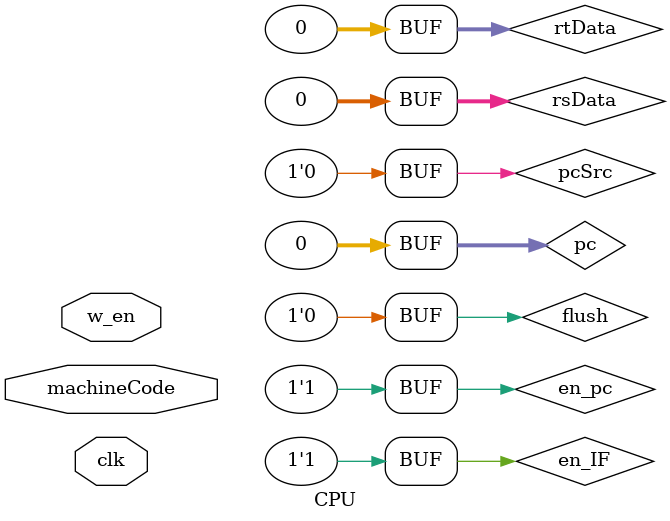
<source format=sv>
/*********************************************************************************
 * Engineer: Nicholas Sica
 * 
 * Create Date: 06/05/2019 09:53:04 PM
 * Design Name: 
 * Module Name: Execute
 * Project Name: RISC-V-CPU
 * Target Devices: 
 * Tool Versions: 
 * Description: 
 * 
 * Dependencies: 
 * 
 * Revision:
 * Revision 0.01 - File Created
 * Additional Comments:
 * 
*********************************************************************************/
`timescale 1ns / 1ps
`include "Interfaces.sv"
`include "InstructionFetch.sv"
`include "InstructionDecode.sv"
`include "Execute.sv"
`include "Memory.sv"
`include "Writeback.sv"

module CPU(input logic clk, w_en,
           input logic[31:0] machineCode);
    
    logic en_pc = 1'b1, en_IF = 1'b1, flush = 1'b0, pcSrc = 1'b0, aluSrc, regDst;
    logic[1:0] aluOp;
    logic[4:0] rd;
    logic[31:0] pc = 32'b0, instr, branchPC, rsData = 32'b0, rtData = 32'b0, imm, aluResult, rdData, w_ramData, r_ramData;
    
    InstructionFetch instrFetch(.clk, .pcSrc, .en_pc, .en_IF, .flush, .w_en, .branchPC, .machineCode,
                                .pc, .instr);
    IFtoID if_id(.clk, .tmpPC(pc), .tmpInstr(instr));
                                
    InstructionDecode instrDec(.if_id, .clk, .w_reg(mem_wb.w_reg), .prevRt(id_ex.rt), .rdData,
                               .id_ex, .pcSrc, .flush, .en_pc, .en_IF, .imm, .rsData, .rtData, .branchPC);
    IDtoEX id_ex(.clk, .instr(if_id.instr), .tmpRsData(rsData), .tmpRtData(rtData), .tmpImm(imm));
     
    Execute exe(.id_ex, .fwdMEM(ex_mem.fwd), .fwdWB(mem_wb.fwd),
                .w_ramData, .aluResult);                   
    EXtoMEM ex_mem(.ex(id_ex.ex), .clk, .tmpResult(aluResult));
  
    Memory mem(.clk, .memWrite(ex_mem.memWrite), .addr(ex_mem.aluResult), .w_data(w_ramData), .r_data(r_ramData));
    MEMtoWB mem_wb(.clk, .mem(ex_mem.mem)); 
    
    Writeback wb(.memToReg(mem_wb.memToReg), .r_ramData, .aluResult(mem_wb.aluResult),
                 .rdData);
endmodule: CPU

</source>
